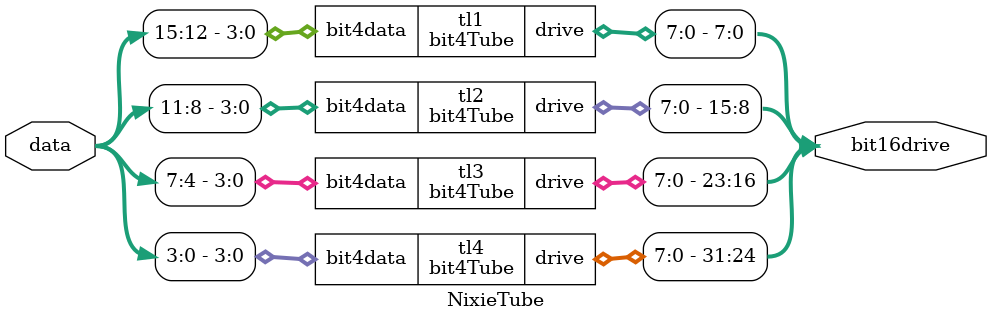
<source format=v>
module bit4Tube(
    input [3:0] bit4data,
    output reg [7:0] drive
);
    always@(*) begin
        case(bit4data)

            4'd0: begin
                drive[0] <= 0;
                drive[1] <= 0;
                drive[2] <= 0;
                drive[3] <= 0;
                drive[4] <= 0;
                drive[5] <= 0;
                drive[6] <= 1;
                drive[7] <= 1;
            end

            4'd1:begin
                drive[0] <= 1;
                drive[1] <= 1;
                drive[2] <= 1;
                drive[3] <= 1;
                drive[4] <= 0;
                drive[5] <= 0;
                drive[6] <= 1;
                drive[7] <= 1;                
            end

            4'd2:begin
                drive[0] <= 0;
                drive[1] <= 0;
                drive[2] <= 1;
                drive[3] <= 0;
                drive[4] <= 0;
                drive[5] <= 1;
                drive[6] <= 0;
                drive[7] <= 1;                
            end

            4'd3:begin
                drive[0] <= 0;
                drive[1] <= 0;
                drive[2] <= 0;
                drive[3] <= 0;
                drive[4] <= 1;
                drive[5] <= 1;
                drive[6] <= 0;
                drive[7] <= 1;            
            end

            4'd4:begin
                drive[0] <= 1;
                drive[1] <= 0;
                drive[2] <= 0;
                drive[3] <= 1;
                drive[4] <= 1;
                drive[5] <= 0;
                drive[6] <= 0;
                drive[7] <= 1;                
            end

            4'd5:begin
                drive[0] <= 0;
                drive[1] <= 1;
                drive[2] <= 0;
                drive[3] <= 0;
                drive[4] <= 1;
                drive[5] <= 0;
                drive[6] <= 0;
                drive[7] <= 1;                
            end

            4'd6:begin
                drive[0] <= 0;
                drive[1] <= 1;
                drive[2] <= 0;
                drive[3] <= 0;
                drive[4] <= 0;
                drive[5] <= 0;
                drive[6] <= 0;
                drive[7] <= 1;                
            end

            4'd7:begin
                drive[0] <= 0;
                drive[1] <= 0;
                drive[2] <= 0;
                drive[3] <= 1;
                drive[4] <= 1;
                drive[5] <= 1;
                drive[6] <= 1;
                drive[7] <= 1;                
            end

            4'd8:begin
                drive[0] <= 0;
                drive[1] <= 0;
                drive[2] <= 0;
                drive[3] <= 0;
                drive[4] <= 0;
                drive[5] <= 0;
                drive[6] <= 0;
                drive[7] <= 1;                
            end

            4'd9:begin
                drive[0] <= 0;
                drive[1] <= 0;
                drive[2] <= 0;
                drive[3] <= 1;
                drive[4] <= 1;
                drive[5] <= 0;
                drive[6] <= 0;
                drive[7] <= 1;                
            end

            4'd10:begin
                drive[0] <= 0;
                drive[1] <= 0;
                drive[2] <= 0;
                drive[3] <= 1;
                drive[4] <= 0;
                drive[5] <= 0;
                drive[6] <= 0;
                drive[7] <= 1;                
            end

            4'd11:begin
                drive[0] <= 1;
                drive[1] <= 1;
                drive[2] <= 0;
                drive[3] <= 0;
                drive[4] <= 0;
                drive[5] <= 0;
                drive[6] <= 0;
                drive[7] <= 1;                 
            end

            4'd12:begin
                drive[0] <= 0;
                drive[1] <= 1;
                drive[2] <= 1;
                drive[3] <= 0;
                drive[4] <= 0;
                drive[5] <= 0;
                drive[6] <= 1;
                drive[7] <= 1;                 
            end

            4'd13:begin
                drive[0] <= 1;
                drive[1] <= 0;
                drive[2] <= 0;
                drive[3] <= 0;
                drive[4] <= 0;
                drive[5] <= 1;
                drive[6] <= 0;
                drive[7] <= 1;                 
            end

            4'd14:begin
                drive[0] <= 0;
                drive[1] <= 1;
                drive[2] <= 1;
                drive[3] <= 1;
                drive[4] <= 0;
                drive[5] <= 0;
                drive[6] <= 0;
                drive[7] <= 1;                 
            end

            4'd15:begin
                drive[0] <= 0;
                drive[1] <= 1;
                drive[2] <= 1;
                drive[3] <= 1;
                drive[4] <= 0;
                drive[5] <= 0;
                drive[6] <= 0;
                drive[7] <= 1;                 
            end
        endcase

    end


endmodule // bit4Tube


module NixieTube(
    input [15:0] data,
    output [31:0]bit16drive
);

    bit4Tube tl1(data[15:12], bit16drive[7:0]);
    bit4Tube tl2(data[11:8], bit16drive[15:8]);
    bit4Tube tl3(data[7:4], bit16drive[23:16]);
    bit4Tube tl4(data[3:0], bit16drive[31:24]);


endmodule // NixieTube



</source>
